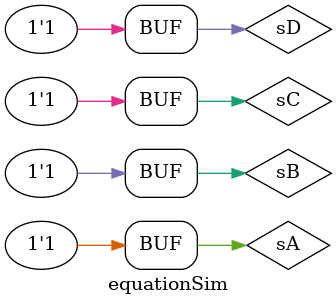
<source format=sv>
`timescale 1ns / 1ps


module equationSim();
logic sA,sB,sC,sD,sX,sY;

equationsModule UUT(
.A(sA), .B(sB), .C(sC), .D(sD), .X(sX), .Y(sY));

initial begin
sA=0; sB=0; sC=0; sD=0;
    #10;
    sD=1;
    #10;
    sC=1; sD=0;
    #10;
    sD=1;
    #10;
    sB=1; sC=0;sD=0;
    #10;
    sD=1;
    #10;
    sC=1; sD=0;
    #10;
    sD=1;
    #10;
    sA=1; sB=0;sC=0;sD=0;
    #10;
    sD=1;
    #10;
    sC=1; sD=0;
    #10;
    sD=1;
    #10;
    sB=1; sC=0; sD=0;
    #10;
    sD=1;
    #10;
    sC=1; sD=0;
    #10;
    sD=1;
    
end

endmodule

</source>
